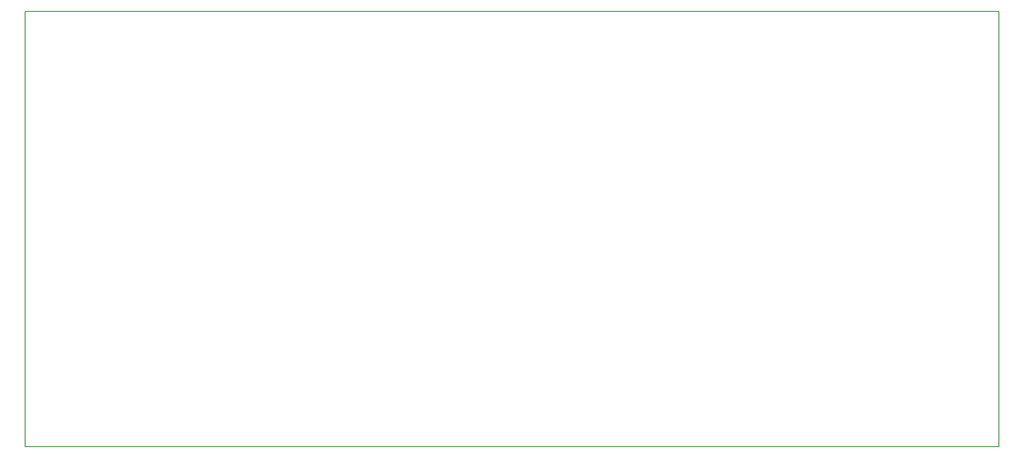
<source format=gm1>
G04 MADE WITH FRITZING*
G04 WWW.FRITZING.ORG*
G04 SINGLE SIDED*
G04 HOLES NOT PLATED*
G04 CONTOUR ON CENTER OF CONTOUR VECTOR*
%ASAXBY*%
%FSLAX23Y23*%
%MOIN*%
%OFA0B0*%
%SFA1.0B1.0*%
%ADD10R,7.120440X3.191020*%
%ADD11C,0.008000*%
%ADD10C,0.008*%
%LNCONTOUR*%
G90*
G70*
G54D10*
G54D11*
X4Y3187D02*
X7116Y3187D01*
X7116Y4D01*
X4Y4D01*
X4Y3187D01*
D02*
G04 End of contour*
M02*
</source>
